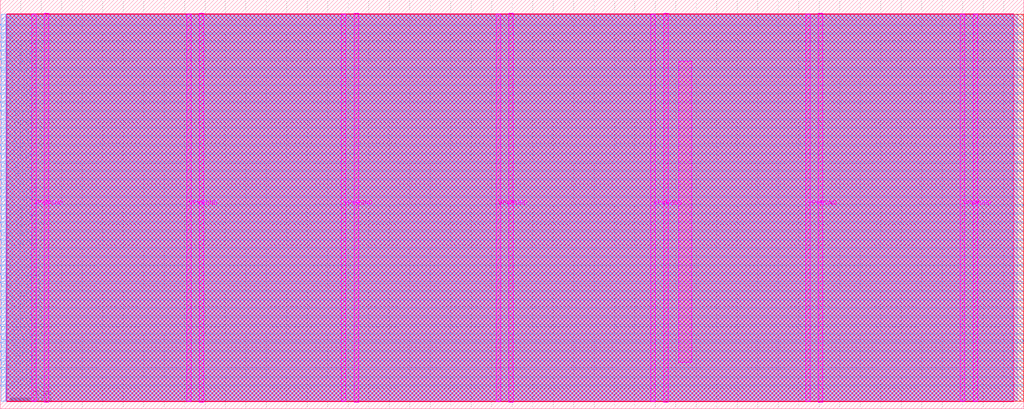
<source format=lef>
VERSION 5.7 ;
  NOWIREEXTENSIONATPIN ON ;
  DIVIDERCHAR "/" ;
  BUSBITCHARS "[]" ;
MACRO heichips25_internal
  CLASS BLOCK ;
  FOREIGN heichips25_internal ;
  ORIGIN 0.000 0.000 ;
  SIZE 500.000 BY 200.000 ;
  PIN VGND
    DIRECTION INOUT ;
    USE GROUND ;
    PORT
      LAYER TopMetal1 ;
        RECT 21.580 3.150 23.780 193.410 ;
    END
    PORT
      LAYER TopMetal1 ;
        RECT 97.180 3.150 99.380 193.410 ;
    END
    PORT
      LAYER TopMetal1 ;
        RECT 172.780 3.150 174.980 193.410 ;
    END
    PORT
      LAYER TopMetal1 ;
        RECT 248.380 3.150 250.580 193.410 ;
    END
    PORT
      LAYER TopMetal1 ;
        RECT 323.980 3.150 326.180 193.410 ;
    END
    PORT
      LAYER TopMetal1 ;
        RECT 399.580 3.150 401.780 193.410 ;
    END
    PORT
      LAYER TopMetal1 ;
        RECT 475.180 3.560 477.380 193.000 ;
    END
  END VGND
  PIN VPWR
    DIRECTION INOUT ;
    USE POWER ;
    PORT
      LAYER TopMetal1 ;
        RECT 15.380 3.560 17.580 193.000 ;
    END
    PORT
      LAYER TopMetal1 ;
        RECT 90.980 3.560 93.180 193.000 ;
    END
    PORT
      LAYER TopMetal1 ;
        RECT 166.580 3.560 168.780 193.000 ;
    END
    PORT
      LAYER TopMetal1 ;
        RECT 242.180 3.560 244.380 193.000 ;
    END
    PORT
      LAYER TopMetal1 ;
        RECT 317.780 3.560 319.980 193.000 ;
    END
    PORT
      LAYER TopMetal1 ;
        RECT 393.380 3.560 395.580 193.000 ;
    END
    PORT
      LAYER TopMetal1 ;
        RECT 468.980 3.560 471.180 193.000 ;
    END
  END VPWR
  PIN analog_adc
    DIRECTION INOUT ;
    USE SIGNAL ;
    ANTENNAGATEAREA 0.180700 ;
    PORT
      LAYER Metal3 ;
        RECT 499.600 165.700 500.000 166.100 ;
    END
  END analog_adc
  PIN analog_pin0
    DIRECTION INOUT ;
    USE SIGNAL ;
    ANTENNADIFFAREA 5.654400 ;
    PORT
      LAYER Metal3 ;
        RECT 499.600 32.980 500.000 33.380 ;
    END
  END analog_pin0
  PIN analog_pin1
    DIRECTION INOUT ;
    USE SIGNAL ;
    ANTENNADIFFAREA 5.654400 ;
    PORT
      LAYER Metal3 ;
        RECT 499.600 99.340 500.000 99.740 ;
    END
  END analog_pin1
  PIN clk
    DIRECTION INPUT ;
    USE SIGNAL ;
    ANTENNAGATEAREA 2.901600 ;
    PORT
      LAYER Metal3 ;
        RECT 0.000 183.340 0.400 183.740 ;
    END
  END clk
  PIN ena
    DIRECTION INPUT ;
    USE SIGNAL ;
    ANTENNAGATEAREA 0.180700 ;
    PORT
      LAYER Metal3 ;
        RECT 0.000 179.140 0.400 179.540 ;
    END
  END ena
  PIN rst_n
    DIRECTION INPUT ;
    USE SIGNAL ;
    ANTENNAGATEAREA 0.180700 ;
    PORT
      LAYER Metal3 ;
        RECT 0.000 187.540 0.400 187.940 ;
    END
  END rst_n
  PIN ui_in[0]
    DIRECTION INPUT ;
    USE SIGNAL ;
    ANTENNAGATEAREA 0.180700 ;
    PORT
      LAYER Metal3 ;
        RECT 0.000 111.940 0.400 112.340 ;
    END
  END ui_in[0]
  PIN ui_in[1]
    DIRECTION INPUT ;
    USE SIGNAL ;
    ANTENNAGATEAREA 0.180700 ;
    PORT
      LAYER Metal3 ;
        RECT 0.000 116.140 0.400 116.540 ;
    END
  END ui_in[1]
  PIN ui_in[2]
    DIRECTION INPUT ;
    USE SIGNAL ;
    ANTENNAGATEAREA 0.180700 ;
    PORT
      LAYER Metal3 ;
        RECT 0.000 120.340 0.400 120.740 ;
    END
  END ui_in[2]
  PIN ui_in[3]
    DIRECTION INPUT ;
    USE SIGNAL ;
    ANTENNAGATEAREA 0.180700 ;
    PORT
      LAYER Metal3 ;
        RECT 0.000 124.540 0.400 124.940 ;
    END
  END ui_in[3]
  PIN ui_in[4]
    DIRECTION INPUT ;
    USE SIGNAL ;
    PORT
      LAYER Metal3 ;
        RECT 0.000 128.740 0.400 129.140 ;
    END
  END ui_in[4]
  PIN ui_in[5]
    DIRECTION INPUT ;
    USE SIGNAL ;
    PORT
      LAYER Metal3 ;
        RECT 0.000 132.940 0.400 133.340 ;
    END
  END ui_in[5]
  PIN ui_in[6]
    DIRECTION INPUT ;
    USE SIGNAL ;
    PORT
      LAYER Metal3 ;
        RECT 0.000 137.140 0.400 137.540 ;
    END
  END ui_in[6]
  PIN ui_in[7]
    DIRECTION INPUT ;
    USE SIGNAL ;
    PORT
      LAYER Metal3 ;
        RECT 0.000 141.340 0.400 141.740 ;
    END
  END ui_in[7]
  PIN uio_in[0]
    DIRECTION INPUT ;
    USE SIGNAL ;
    PORT
      LAYER Metal3 ;
        RECT 0.000 145.540 0.400 145.940 ;
    END
  END uio_in[0]
  PIN uio_in[1]
    DIRECTION INPUT ;
    USE SIGNAL ;
    PORT
      LAYER Metal3 ;
        RECT 0.000 149.740 0.400 150.140 ;
    END
  END uio_in[1]
  PIN uio_in[2]
    DIRECTION INPUT ;
    USE SIGNAL ;
    PORT
      LAYER Metal3 ;
        RECT 0.000 153.940 0.400 154.340 ;
    END
  END uio_in[2]
  PIN uio_in[3]
    DIRECTION INPUT ;
    USE SIGNAL ;
    PORT
      LAYER Metal3 ;
        RECT 0.000 158.140 0.400 158.540 ;
    END
  END uio_in[3]
  PIN uio_in[4]
    DIRECTION INPUT ;
    USE SIGNAL ;
    PORT
      LAYER Metal3 ;
        RECT 0.000 162.340 0.400 162.740 ;
    END
  END uio_in[4]
  PIN uio_in[5]
    DIRECTION INPUT ;
    USE SIGNAL ;
    PORT
      LAYER Metal3 ;
        RECT 0.000 166.540 0.400 166.940 ;
    END
  END uio_in[5]
  PIN uio_in[6]
    DIRECTION INPUT ;
    USE SIGNAL ;
    PORT
      LAYER Metal3 ;
        RECT 0.000 170.740 0.400 171.140 ;
    END
  END uio_in[6]
  PIN uio_in[7]
    DIRECTION INPUT ;
    USE SIGNAL ;
    PORT
      LAYER Metal3 ;
        RECT 0.000 174.940 0.400 175.340 ;
    END
  END uio_in[7]
  PIN uio_oe[0]
    DIRECTION OUTPUT ;
    USE SIGNAL ;
    ANTENNADIFFAREA 0.299200 ;
    PORT
      LAYER Metal3 ;
        RECT 0.000 78.340 0.400 78.740 ;
    END
  END uio_oe[0]
  PIN uio_oe[1]
    DIRECTION OUTPUT ;
    USE SIGNAL ;
    ANTENNADIFFAREA 0.299200 ;
    PORT
      LAYER Metal3 ;
        RECT 0.000 82.540 0.400 82.940 ;
    END
  END uio_oe[1]
  PIN uio_oe[2]
    DIRECTION OUTPUT ;
    USE SIGNAL ;
    ANTENNADIFFAREA 0.299200 ;
    PORT
      LAYER Metal3 ;
        RECT 0.000 86.740 0.400 87.140 ;
    END
  END uio_oe[2]
  PIN uio_oe[3]
    DIRECTION OUTPUT ;
    USE SIGNAL ;
    ANTENNADIFFAREA 0.299200 ;
    PORT
      LAYER Metal3 ;
        RECT 0.000 90.940 0.400 91.340 ;
    END
  END uio_oe[3]
  PIN uio_oe[4]
    DIRECTION OUTPUT ;
    USE SIGNAL ;
    ANTENNADIFFAREA 0.299200 ;
    PORT
      LAYER Metal3 ;
        RECT 0.000 95.140 0.400 95.540 ;
    END
  END uio_oe[4]
  PIN uio_oe[5]
    DIRECTION OUTPUT ;
    USE SIGNAL ;
    ANTENNADIFFAREA 0.299200 ;
    PORT
      LAYER Metal3 ;
        RECT 0.000 99.340 0.400 99.740 ;
    END
  END uio_oe[5]
  PIN uio_oe[6]
    DIRECTION OUTPUT ;
    USE SIGNAL ;
    ANTENNADIFFAREA 0.299200 ;
    PORT
      LAYER Metal3 ;
        RECT 0.000 103.540 0.400 103.940 ;
    END
  END uio_oe[6]
  PIN uio_oe[7]
    DIRECTION OUTPUT ;
    USE SIGNAL ;
    ANTENNADIFFAREA 0.299200 ;
    PORT
      LAYER Metal3 ;
        RECT 0.000 107.740 0.400 108.140 ;
    END
  END uio_oe[7]
  PIN uio_out[0]
    DIRECTION OUTPUT ;
    USE SIGNAL ;
    ANTENNADIFFAREA 0.708600 ;
    PORT
      LAYER Metal3 ;
        RECT 0.000 44.740 0.400 45.140 ;
    END
  END uio_out[0]
  PIN uio_out[1]
    DIRECTION OUTPUT ;
    USE SIGNAL ;
    ANTENNADIFFAREA 0.708600 ;
    PORT
      LAYER Metal3 ;
        RECT 0.000 48.940 0.400 49.340 ;
    END
  END uio_out[1]
  PIN uio_out[2]
    DIRECTION OUTPUT ;
    USE SIGNAL ;
    ANTENNADIFFAREA 0.708600 ;
    PORT
      LAYER Metal3 ;
        RECT 0.000 53.140 0.400 53.540 ;
    END
  END uio_out[2]
  PIN uio_out[3]
    DIRECTION OUTPUT ;
    USE SIGNAL ;
    ANTENNADIFFAREA 0.708600 ;
    PORT
      LAYER Metal3 ;
        RECT 0.000 57.340 0.400 57.740 ;
    END
  END uio_out[3]
  PIN uio_out[4]
    DIRECTION OUTPUT ;
    USE SIGNAL ;
    ANTENNADIFFAREA 0.708600 ;
    PORT
      LAYER Metal3 ;
        RECT 0.000 61.540 0.400 61.940 ;
    END
  END uio_out[4]
  PIN uio_out[5]
    DIRECTION OUTPUT ;
    USE SIGNAL ;
    ANTENNADIFFAREA 0.708600 ;
    PORT
      LAYER Metal3 ;
        RECT 0.000 65.740 0.400 66.140 ;
    END
  END uio_out[5]
  PIN uio_out[6]
    DIRECTION OUTPUT ;
    USE SIGNAL ;
    ANTENNADIFFAREA 0.708600 ;
    PORT
      LAYER Metal3 ;
        RECT 0.000 69.940 0.400 70.340 ;
    END
  END uio_out[6]
  PIN uio_out[7]
    DIRECTION OUTPUT ;
    USE SIGNAL ;
    ANTENNADIFFAREA 0.708600 ;
    PORT
      LAYER Metal3 ;
        RECT 0.000 74.140 0.400 74.540 ;
    END
  END uio_out[7]
  PIN uo_out[0]
    DIRECTION OUTPUT ;
    USE SIGNAL ;
    ANTENNADIFFAREA 0.299200 ;
    PORT
      LAYER Metal3 ;
        RECT 0.000 11.140 0.400 11.540 ;
    END
  END uo_out[0]
  PIN uo_out[1]
    DIRECTION OUTPUT ;
    USE SIGNAL ;
    ANTENNADIFFAREA 0.299200 ;
    PORT
      LAYER Metal3 ;
        RECT 0.000 15.340 0.400 15.740 ;
    END
  END uo_out[1]
  PIN uo_out[2]
    DIRECTION OUTPUT ;
    USE SIGNAL ;
    ANTENNADIFFAREA 0.299200 ;
    PORT
      LAYER Metal3 ;
        RECT 0.000 19.540 0.400 19.940 ;
    END
  END uo_out[2]
  PIN uo_out[3]
    DIRECTION OUTPUT ;
    USE SIGNAL ;
    ANTENNADIFFAREA 0.299200 ;
    PORT
      LAYER Metal3 ;
        RECT 0.000 23.740 0.400 24.140 ;
    END
  END uo_out[3]
  PIN uo_out[4]
    DIRECTION OUTPUT ;
    USE SIGNAL ;
    ANTENNADIFFAREA 0.299200 ;
    PORT
      LAYER Metal3 ;
        RECT 0.000 27.940 0.400 28.340 ;
    END
  END uo_out[4]
  PIN uo_out[5]
    DIRECTION OUTPUT ;
    USE SIGNAL ;
    ANTENNADIFFAREA 0.299200 ;
    PORT
      LAYER Metal3 ;
        RECT 0.000 32.140 0.400 32.540 ;
    END
  END uo_out[5]
  PIN uo_out[6]
    DIRECTION OUTPUT ;
    USE SIGNAL ;
    ANTENNADIFFAREA 0.299200 ;
    PORT
      LAYER Metal3 ;
        RECT 0.000 36.340 0.400 36.740 ;
    END
  END uo_out[6]
  PIN uo_out[7]
    DIRECTION OUTPUT ;
    USE SIGNAL ;
    ANTENNADIFFAREA 0.299200 ;
    PORT
      LAYER Metal3 ;
        RECT 0.000 40.540 0.400 40.940 ;
    END
  END uo_out[7]
  OBS
      LAYER GatPoly ;
        RECT 2.880 3.630 496.800 192.930 ;
      LAYER Metal1 ;
        RECT 2.880 3.560 496.800 193.000 ;
      LAYER Metal2 ;
        RECT 2.775 3.635 494.505 192.925 ;
      LAYER Metal3 ;
        RECT 0.400 188.150 499.825 192.880 ;
        RECT 0.610 187.330 499.825 188.150 ;
        RECT 0.400 183.950 499.825 187.330 ;
        RECT 0.610 183.130 499.825 183.950 ;
        RECT 0.400 179.750 499.825 183.130 ;
        RECT 0.610 178.930 499.825 179.750 ;
        RECT 0.400 175.550 499.825 178.930 ;
        RECT 0.610 174.730 499.825 175.550 ;
        RECT 0.400 171.350 499.825 174.730 ;
        RECT 0.610 170.530 499.825 171.350 ;
        RECT 0.400 167.150 499.825 170.530 ;
        RECT 0.610 166.330 499.825 167.150 ;
        RECT 0.400 166.310 499.825 166.330 ;
        RECT 0.400 165.490 499.390 166.310 ;
        RECT 0.400 162.950 499.825 165.490 ;
        RECT 0.610 162.130 499.825 162.950 ;
        RECT 0.400 158.750 499.825 162.130 ;
        RECT 0.610 157.930 499.825 158.750 ;
        RECT 0.400 154.550 499.825 157.930 ;
        RECT 0.610 153.730 499.825 154.550 ;
        RECT 0.400 150.350 499.825 153.730 ;
        RECT 0.610 149.530 499.825 150.350 ;
        RECT 0.400 146.150 499.825 149.530 ;
        RECT 0.610 145.330 499.825 146.150 ;
        RECT 0.400 141.950 499.825 145.330 ;
        RECT 0.610 141.130 499.825 141.950 ;
        RECT 0.400 137.750 499.825 141.130 ;
        RECT 0.610 136.930 499.825 137.750 ;
        RECT 0.400 133.550 499.825 136.930 ;
        RECT 0.610 132.730 499.825 133.550 ;
        RECT 0.400 129.350 499.825 132.730 ;
        RECT 0.610 128.530 499.825 129.350 ;
        RECT 0.400 125.150 499.825 128.530 ;
        RECT 0.610 124.330 499.825 125.150 ;
        RECT 0.400 120.950 499.825 124.330 ;
        RECT 0.610 120.130 499.825 120.950 ;
        RECT 0.400 116.750 499.825 120.130 ;
        RECT 0.610 115.930 499.825 116.750 ;
        RECT 0.400 112.550 499.825 115.930 ;
        RECT 0.610 111.730 499.825 112.550 ;
        RECT 0.400 108.350 499.825 111.730 ;
        RECT 0.610 107.530 499.825 108.350 ;
        RECT 0.400 104.150 499.825 107.530 ;
        RECT 0.610 103.330 499.825 104.150 ;
        RECT 0.400 99.950 499.825 103.330 ;
        RECT 0.610 99.130 499.390 99.950 ;
        RECT 0.400 95.750 499.825 99.130 ;
        RECT 0.610 94.930 499.825 95.750 ;
        RECT 0.400 91.550 499.825 94.930 ;
        RECT 0.610 90.730 499.825 91.550 ;
        RECT 0.400 87.350 499.825 90.730 ;
        RECT 0.610 86.530 499.825 87.350 ;
        RECT 0.400 83.150 499.825 86.530 ;
        RECT 0.610 82.330 499.825 83.150 ;
        RECT 0.400 78.950 499.825 82.330 ;
        RECT 0.610 78.130 499.825 78.950 ;
        RECT 0.400 74.750 499.825 78.130 ;
        RECT 0.610 73.930 499.825 74.750 ;
        RECT 0.400 70.550 499.825 73.930 ;
        RECT 0.610 69.730 499.825 70.550 ;
        RECT 0.400 66.350 499.825 69.730 ;
        RECT 0.610 65.530 499.825 66.350 ;
        RECT 0.400 62.150 499.825 65.530 ;
        RECT 0.610 61.330 499.825 62.150 ;
        RECT 0.400 57.950 499.825 61.330 ;
        RECT 0.610 57.130 499.825 57.950 ;
        RECT 0.400 53.750 499.825 57.130 ;
        RECT 0.610 52.930 499.825 53.750 ;
        RECT 0.400 49.550 499.825 52.930 ;
        RECT 0.610 48.730 499.825 49.550 ;
        RECT 0.400 45.350 499.825 48.730 ;
        RECT 0.610 44.530 499.825 45.350 ;
        RECT 0.400 41.150 499.825 44.530 ;
        RECT 0.610 40.330 499.825 41.150 ;
        RECT 0.400 36.950 499.825 40.330 ;
        RECT 0.610 36.130 499.825 36.950 ;
        RECT 0.400 33.590 499.825 36.130 ;
        RECT 0.400 32.770 499.390 33.590 ;
        RECT 0.400 32.750 499.825 32.770 ;
        RECT 0.610 31.930 499.825 32.750 ;
        RECT 0.400 28.550 499.825 31.930 ;
        RECT 0.610 27.730 499.825 28.550 ;
        RECT 0.400 24.350 499.825 27.730 ;
        RECT 0.610 23.530 499.825 24.350 ;
        RECT 0.400 20.150 499.825 23.530 ;
        RECT 0.610 19.330 499.825 20.150 ;
        RECT 0.400 15.950 499.825 19.330 ;
        RECT 0.610 15.130 499.825 15.950 ;
        RECT 0.400 11.750 499.825 15.130 ;
        RECT 0.610 10.930 499.825 11.750 ;
        RECT 0.400 3.680 499.825 10.930 ;
      LAYER Metal4 ;
        RECT 3.255 3.635 499.780 192.925 ;
      LAYER Metal5 ;
        RECT 3.215 3.470 495.025 193.090 ;
      LAYER TopMetal1 ;
        RECT 331.420 22.700 337.620 170.080 ;
  END
END heichips25_internal
END LIBRARY


</source>
